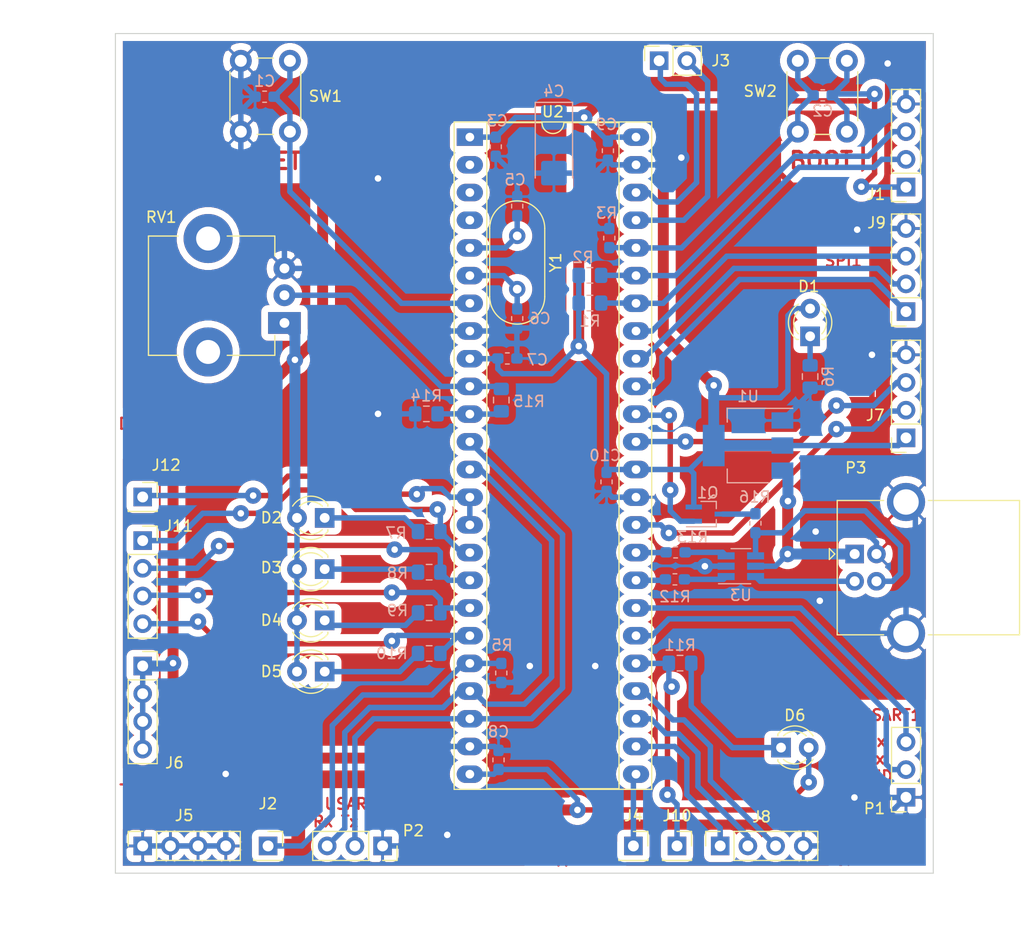
<source format=kicad_pcb>
(kicad_pcb (version 20240108) (generator "pcbnew") (generator_version "8.0")
  (layers (0 "F.Cu" jumper) (31 "B.Cu" signal) (36 "B.SilkS" user "B.Silkscreen") (37 "F.SilkS" user "F.Silkscreen") (38 "B.Mask" user) (44 "Edge.Cuts" user))
  (net 0 "")
  (net 1 "/NRST")
  (net 2 "GND")
  (net 3 "/BOOT0")
  (net 4 "+3V3")
  (net 5 "/OSC_IN")
  (net 6 "/OSC_OUT")
  (net 7 "Net-(D1-Pad1)")
  (net 8 "Net-(D3-Pad1)")
  (net 9 "Net-(D4-Pad1)")
  (net 10 "+5V")
  (net 11 "/USB_PU")
  (net 12 "Net-(Q1-Pad3)")
  (net 13 "Net-(D2-Pad1)")
  (net 14 "Net-(D5-Pad1)")
  (net 15 "Net-(D6-Pad1)")
  (net 16 "/U1Tx")
  (net 17 "/U1Rx")
  (net 18 "/U2Tx")
  (net 19 "/U2Rx")
  (net 20 "Net-(P3-Pad2)")
  (net 21 "Net-(P3-Pad3)")
  (net 22 "/I2C_SCL")
  (net 23 "/I2C_SDA")
  (net 24 "Net-(J2-Pad1)")
  (net 25 "/PWM1")
  (net 26 "/PWM2")
  (net 27 "/PWM3")
  (net 28 "/PWM4")
  (net 29 "/PWMT1ch1")
  (net 30 "Net-(R12-Pad1)")
  (net 31 "Net-(R12-Pad2)")
  (net 32 "Net-(R13-Pad2)")
  (net 33 "Net-(R13-Pad1)")
  (net 34 "/ADC1")
  (net 35 "/ADC0")
  (net 36 "Net-(J4-Pad1)")
  (net 37 "/SPI2_SCK")
  (net 38 "/SPI2_MISO")
  (net 39 "/SPI2_MOSI")
  (net 40 "/SWDIO")
  (net 41 "/SWCLK")
  (net 42 "Net-(J12-Pad1)")
  (net 43 "/SPI1_SCK")
  (net 44 "/SPI1_MISO")
  (net 45 "/SPI1_MOSI")
  (net 46 "Net-(J3-Pad2)")
  (net 47 "Net-(J3-Pad1)")
  (footprint "my_footprints:Potentiometer" (layer "F.Cu") (at 68 87.04 90)
    (property "Reference" "RV1")
    (property "Value" "20k")
  )
  (footprint "Button_Switch_THT:SW_PUSH_6mm" (layer "F.Cu") (at 115.077 69.5 90)
    (property "Reference" "SW2")
    (property "Value" "Boot")
  )
  (footprint "Package_DIP:DIP-48_W15.24mm_Socket_LongPads" (layer "F.Cu") (at 85 70)
    (property "Reference" "U2")
    (property "Value" "STM32LQFP48")
  )
  (footprint "Crystal:Crystal_HC49-U_Vertical" (layer "F.Cu") (at 89.3445 79.0575 -90)
    (property "Reference" "Y1")
    (property "Value" "8MHz")
  )
  (footprint "Connector_USB:USB_B_OST_USB-B1HSxx_Horizontal" (layer "F.Cu") (at 120.29 108.23)
    (property "Reference" "P3")
    (property "Value" "USB_B")
  )
  (footprint "Connector_PinSocket_2.54mm:PinSocket_1x04_P2.54mm_Vertical" (layer "F.Cu") (at 125 74.58 180)
    (property "Reference" "J1")
    (property "Value" "Conn_01x04_Female")
  )
  (footprint "Connector_PinSocket_2.54mm:PinSocket_1x01_P2.54mm_Vertical" (layer "F.Cu") (at 66.5 135)
    (property "Reference" "J2")
    (property "Value" "Conn_01x01_Female")
  )
  (footprint "Connector_PinSocket_2.54mm:PinSocket_1x02_P2.54mm_Vertical" (layer "F.Cu") (at 102.362 62.992 90)
    (property "Reference" "J3")
    (property "Value" "Conn_01x02_Female")
  )
  (footprint "Connector_PinSocket_2.54mm:PinSocket_1x01_P2.54mm_Vertical" (layer "F.Cu") (at 100 135)
    (property "Reference" "J4")
    (property "Value" "Conn_01x01_Female")
  )
  (footprint "Connector_PinSocket_2.54mm:PinSocket_1x04_P2.54mm_Vertical" (layer "F.Cu") (at 55 135 90)
    (property "Reference" "J5")
    (property "Value" "Conn_01x04_Female")
  )
  (footprint "Connector_PinSocket_2.54mm:PinSocket_1x04_P2.54mm_Vertical" (layer "F.Cu") (at 55 118.5)
    (property "Reference" "J6")
    (property "Value" "Conn_01x04_Female")
  )
  (footprint "Connector_PinSocket_2.54mm:PinSocket_1x04_P2.54mm_Vertical" (layer "F.Cu") (at 125 97.58 180)
    (property "Reference" "J7")
    (property "Value" "Conn_01x04_Female")
  )
  (footprint "Connector_PinSocket_2.54mm:PinSocket_1x04_P2.54mm_Vertical" (layer "F.Cu") (at 107.96 135 90)
    (property "Reference" "J8")
    (property "Value" "Conn_01x04_Female")
  )
  (footprint "Connector_PinSocket_2.54mm:PinSocket_1x04_P2.54mm_Vertical" (layer "F.Cu") (at 125 86 180)
    (property "Reference" "J9")
    (property "Value" "Conn_01x04_Female")
  )
  (footprint "Connector_PinSocket_2.54mm:PinSocket_1x01_P2.54mm_Vertical" (layer "F.Cu") (at 104 135)
    (property "Reference" "J10")
    (property "Value" "Conn_01x01_Female")
  )
  (footprint "Connector_PinSocket_2.54mm:PinSocket_1x04_P2.54mm_Vertical" (layer "F.Cu") (at 55 107)
    (property "Reference" "J11")
    (property "Value" "Conn_01x04_Female")
  )
  (footprint "Connector_PinSocket_2.54mm:PinSocket_1x01_P2.54mm_Vertical" (layer "F.Cu") (at 55 103)
    (property "Reference" "J12")
    (property "Value" "Conn_01x01_Female")
  )
  (footprint "LED_THT:LED_D3.0mm" (layer "F.Cu") (at 116.205 88.265 90)
    (property "Reference" "D1")
    (property "Value" "LED")
  )
  (footprint "LED_THT:LED_D3.0mm" (layer "F.Cu") (at 71.692 104.918 180)
    (property "Reference" "D2")
    (property "Value" "LED")
  )
  (footprint "LED_THT:LED_D3.0mm" (layer "F.Cu") (at 71.692 109.617 180)
    (property "Reference" "D3")
    (property "Value" "LED")
  )
  (footprint "LED_THT:LED_D3.0mm" (layer "F.Cu") (at 71.692 114.316 180)
    (property "Reference" "D4")
    (property "Value" "LED")
  )
  (footprint "LED_THT:LED_D3.0mm" (layer "F.Cu") (at 71.692 119.015 180)
    (property "Reference" "D5")
    (property "Value" "LED")
  )
  (footprint "LED_THT:LED_D3.0mm" (layer "F.Cu") (at 113.538 125.984)
    (property "Reference" "D6")
    (property "Value" "LED")
  )
  (footprint "Connector_PinSocket_2.54mm:PinSocket_1x03_P2.54mm_Vertical" (layer "F.Cu") (at 125 130.54 180)
    (property "Reference" "P1")
    (property "Value" "USART1")
  )
  (footprint "Connector_PinSocket_2.54mm:PinSocket_1x03_P2.54mm_Vertical" (layer "F.Cu") (at 77 135 -90)
    (property "Reference" "P2")
    (property "Value" "USART2/3")
  )
  (footprint "Button_Switch_THT:SW_PUSH_6mm" (layer "F.Cu") (at 68.5 63 -90)
    (property "Reference" "SW1")
    (property "Value" "Reset")
  )
  (footprint "Capacitor_SMD:C_0603_1608Metric_Pad1.05x0.95mm_HandSolder" (layer "B.Cu") (at 66.181 66.294 180)
    (property "Reference" "C1")
    (property "Value" "0.1")
  )
  (footprint "Capacitor_SMD:C_0603_1608Metric_Pad1.05x0.95mm_HandSolder" (layer "B.Cu") (at 89.3445 76.327 90)
    (property "Reference" "C5")
    (property "Value" "12")
  )
  (footprint "Capacitor_SMD:C_0603_1608Metric_Pad1.05x0.95mm_HandSolder" (layer "B.Cu") (at 89.3445 86.628 -90)
    (property "Reference" "C6")
    (property "Value" "12")
  )
  (footprint "Capacitor_SMD:C_0603_1608Metric_Pad1.05x0.95mm_HandSolder" (layer "B.Cu") (at 87.63 127.113 -90)
    (property "Reference" "C8")
    (property "Value" "0.1")
  )
  (footprint "Capacitor_SMD:C_0603_1608Metric_Pad1.05x0.95mm_HandSolder" (layer "B.Cu") (at 97.536 101.614 90)
    (property "Reference" "C10")
    (property "Value" "0.1")
  )
  (footprint "Resistor_SMD:R_0603_1608Metric_Pad1.05x0.95mm_HandSolder" (layer "B.Cu") (at 97.79 79.262 90)
    (property "Reference" "R3")
    (property "Value" "10k")
  )
  (footprint "Resistor_SMD:R_0603_1608Metric_Pad1.05x0.95mm_HandSolder" (layer "B.Cu") (at 87.884 119.14 -90)
    (property "Reference" "R5")
    (property "Value" "100k")
  )
  (footprint "Resistor_SMD:R_0805_2012Metric_Pad1.15x1.40mm_HandSolder" (layer "B.Cu") (at 116.205 91.957 90)
    (property "Reference" "R6")
    (property "Value" "220")
  )
  (footprint "Resistor_SMD:R_0805_2012Metric_Pad1.15x1.40mm_HandSolder" (layer "B.Cu") (at 81.271 106.172)
    (property "Reference" "R7")
    (property "Value" "220")
  )
  (footprint "Resistor_SMD:R_0805_2012Metric_Pad1.15x1.40mm_HandSolder" (layer "B.Cu") (at 81.271 109.897333)
    (property "Reference" "R8")
    (property "Value" "220")
  )
  (footprint "Resistor_SMD:R_0603_1608Metric_Pad1.05x0.95mm_HandSolder" (layer "B.Cu") (at 103.8085 110.5535 180)
    (property "Reference" "R12")
    (property "Value" "22")
  )
  (footprint "Resistor_SMD:R_0603_1608Metric_Pad1.05x0.95mm_HandSolder" (layer "B.Cu") (at 103.872 108.077 180)
    (property "Reference" "R13")
    (property "Value" "22")
  )
  (footprint "Resistor_SMD:R_0603_1608Metric_Pad1.05x0.95mm_HandSolder" (layer "B.Cu") (at 111.1885 105.41 -90)
    (property "Reference" "R16")
    (property "Value" "1k5")
  )
  (footprint "Capacitor_SMD:C_0603_1608Metric_Pad1.05x0.95mm_HandSolder" (layer "B.Cu") (at 87.376 70.88 -90)
    (property "Reference" "C3")
    (property "Value" "0.1")
  )
  (footprint "Capacitor_SMD:C_0603_1608Metric_Pad1.05x0.95mm_HandSolder" (layer "B.Cu") (at 88.4415 90.297 180)
    (property "Reference" "C7")
    (property "Value" "0.1")
  )
  (footprint "Capacitor_SMD:C_0603_1608Metric_Pad1.05x0.95mm_HandSolder" (layer "B.Cu") (at 97.663 71.247 90)
    (property "Reference" "C9")
    (property "Value" "0.1")
  )
  (footprint "Package_TO_SOT_SMD:SOT-323_SC-70_Handsoldering" (layer "B.Cu") (at 106.867 104.5695)
    (property "Reference" "Q1")
    (property "Value" "DTA114Y")
  )
  (footprint "Package_TO_SOT_SMD:SOT-223" (layer "B.Cu") (at 110.515 98.284 180)
    (property "Reference" "U1")
    (property "Value" "LM1117-3.3")
  )
  (footprint "Package_TO_SOT_SMD:SOT-23-6_Handsoldering" (layer "B.Cu") (at 109.855 109.347)
    (property "Reference" "U3")
    (property "Value" "USBLC6-2SC6")
  )
  (footprint "Resistor_SMD:R_0805_2012Metric_Pad1.15x1.40mm_HandSolder" (layer "B.Cu") (at 87.884 94.116 -90)
    (property "Reference" "R15")
    (property "Value" "4k7")
  )
  (footprint "Resistor_SMD:R_0805_2012Metric_Pad1.15x1.40mm_HandSolder" (layer "B.Cu") (at 81.271 117.348)
    (property "Reference" "R10")
    (property "Value" "220")
  )
  (footprint "Resistor_SMD:R_0805_2012Metric_Pad1.15x1.40mm_HandSolder" (layer "B.Cu") (at 81.271 113.622666)
    (property "Reference" "R9")
    (property "Value" "220")
  )
  (footprint "Resistor_SMD:R_0805_2012Metric_Pad1.15x1.40mm_HandSolder" (layer "B.Cu") (at 96.012 82.677)
    (property "Reference" "R2")
    (property "Value" "4k7")
  )
  (footprint "Resistor_SMD:R_0805_2012Metric_Pad1.15x1.40mm_HandSolder" (layer "B.Cu") (at 96.012 85.217)
    (property "Reference" "R1")
    (property "Value" "4k7")
  )
  (footprint "Resistor_SMD:R_0805_2012Metric_Pad1.15x1.40mm_HandSolder" (layer "B.Cu") (at 81.017 95.377 180)
    (property "Reference" "R14")
    (property "Value" "4k7")
  )
  (footprint "Resistor_SMD:R_0805_2012Metric_Pad1.15x1.40mm_HandSolder" (layer "B.Cu") (at 104.276 118.237 180)
    (property "Reference" "R11")
    (property "Value" "220")
  )
  (footprint "Capacitor_Tantalum_SMD:CP_EIA-6032-28_Kemet-C_Pad2.25x2.35mm_HandSolder" (layer "B.Cu") (at 92.71 70.749 -90)
    (property "Reference" "C4")
    (property "Value" "47u")
  )
  (footprint "Capacitor_SMD:C_0603_1608Metric_Pad1.05x0.95mm_HandSolder" (layer "B.Cu") (at 117.362 66.167)
    (property "Reference" "C2")
    (property "Value" "0.1")
  )
  (gr_line (start 52.5 60.5) (end 52.5 137.5) (stroke (width 0.1)) (layer "Edge.Cuts"))
  (gr_line (start 52.5 137.5) (end 127.5 137.5) (stroke (width 0.1)) (layer "Edge.Cuts"))
  (gr_line (start 127.5 137.5) (end 127.5 60.5) (stroke (width 0.1)) (layer "Edge.Cuts"))
  (gr_line (start 127.5 60.5) (end 52.5 60.5) (stroke (width 0.1)) (layer "Edge.Cuts"))
  (gr_text "USART1:" (at 123.825 122.9995 0) (layer "F.Cu") (effects (font (size 1 1) (thickness 0.2))))
  (gr_text "Rx\nTx\nGND" (at 122.2375 127 0) (layer "F.Cu") (effects (font (size 1 1) (thickness 0.2))))
  (gr_text "I2C" (at 125.476 64.3255 0) (layer "F.Cu") (effects (font (size 1 1) (thickness 0.2))))
  (gr_text "pwmT1" (at 114.7445 122.936 0) (layer "F.Cu") (effects (font (size 1 1) (thickness 0.2))))
  (gr_text "PWM LEDs" (at 63.4365 118.6815 0) (layer "F.Cu") (effects (font (size 1 1) (thickness 0.2))))
  (gr_text "SWD" (at 119.9515 92.2655 0) (layer "F.Cu") (effects (font (size 1 1) (thickness 0.2))))
  (gr_text "SPI1" (at 119.253 81.3435 0) (layer "F.Cu") (effects (font (size 1 1) (thickness 0.2))))
  (gr_text "CAN" (at 98.3615 62.2935 0) (layer "F.Cu") (effects (font (size 1.5 1.5) (thickness 0.3))))
  (gr_text "RESET" (at 66.167 72.1995 0) (layer "F.Cu") (effects (font (size 1.5 1.5) (thickness 0.3))))
  (gr_text "USART2\nRx Tx Gnd" (at 74.4855 131.953 0) (layer "F.Cu") (effects (font (size 1 1) (thickness 0.2))))
  (gr_text "GND" (at 54.991 131.8895 0) (layer "F.Cu") (effects (font (size 1 1) (thickness 0.2))))
  (gr_text "Sen" (at 66.548 132.7785 0) (layer "F.Cu") (effects (font (size 1 1) (thickness 0.2))))
  (gr_text "BOOT" (at 117.221 72.136 0) (layer "F.Cu") (effects (font (size 1.5 1.5) (thickness 0.3))))
  (gr_text "S2|pwmT1" (at 94.6785 136.017 0) (layer "F.Cu") (effects (font (size 1 1) (thickness 0.2))))
  (gr_text "+3V3" (at 54.737 129.286 0) (layer "F.Cu") (effects (font (size 1 1) (thickness 0.2))))
  (gr_text "SCK\nMISO\nMOSI\nGND" (at 123.7615 135.001 90) (layer "F.Cu") (effects (font (size 1 1) (thickness 0.2))))
  (gr_text "SPI2:" (at 119.3165 135.001 90) (layer "F.Cu") (effects (font (size 1 1) (thickness 0.2))))
  (gr_text "DAC1/AIN5\nPWM1..4" (at 56.896 97.0915 0) (layer "F.Cu") (effects (font (size 1 1) (thickness 0.2))))
  (segment (start 78.74 85.24) (end 68.5 75) (width 0.5) (layer "B.Cu") (net 1))
  (segment (start 68.5 75) (end 68.5 69.5) (width 0.5) (layer "B.Cu") (net 1))
  (segment (start 68.5 69.5) (end 68.5 67.738) (width 0.5) (layer "B.Cu") (net 1))
  (segment (start 68.5 64.85) (end 67.056 66.294) (width 0.5) (layer "B.Cu") (net 1))
  (segment (start 68.5 67.738) (end 67.056 66.294) (width 0.5) (layer "B.Cu") (net 1))
  (segment (start 68.5 63) (end 68.5 64.85) (width 0.5) (layer "B.Cu") (net 1))
  (segment (start 85 85.24) (end 78.74 85.24) (width 0.5) (layer "B.Cu") (net 1))
  (segment (start 62.611 128.397) (end 77.343 128.397) (width 0.5) (layer "F.Cu") (net 2))
  (segment (start 121.7545 77.2545) (end 120.523 78.486) (width 0.5) (layer "F.Cu") (net 2))
  (segment (start 116.713 106.172) (end 116.713 112.141) (width 0.5) (layer "F.Cu") (net 2))
  (segment (start 96.901 132.969) (end 116.84 132.969) (width 0.5) (layer "F.Cu") (net 2))
  (segment (start 90.5 118.5) (end 96.5 118.5) (width 0.5) (layer "F.Cu") (net 2))
  (segment (start 116.713 112.141) (end 117.094 112.522) (width 0.5) (layer "F.Cu") (net 2))
  (segment (start 104.394 71.882) (end 106.807 69.469) (width 0.5) (layer "F.Cu") (net 2))
  (segment (start 123.317 75.692) (end 121.7545 77.2545) (width 0.5) (layer "F.Cu") (net 2))
  (segment (start 106.553 111.506) (end 107.442 112.395) (width 0.5) (layer "F.Cu") (net 2))
  (segment (start 119.253 130.556) (end 120.269 130.556) (width 0.5) (layer "F.Cu") (net 2))
  (segment (start 106.807 69.469) (end 109.601 69.469) (width 0.5) (layer "F.Cu") (net 2))
  (segment (start 121.876 79.839) (end 121.876 89.96) (width 0.5) (layer "F.Cu") (net 2))
  (segment (start 116.713 102.87) (end 116.713 106.172) (width 0.5) (layer "F.Cu") (net 2))
  (segment (start 118.618 78.486) (end 109.601 69.469) (width 0.5) (layer "F.Cu") (net 2))
  (segment (start 121.876 89.96) (end 121.876 97.707) (width 0.5) (layer "F.Cu") (net 2))
  (segment (start 116.84 132.969) (end 119.253 130.556) (width 0.5) (layer "F.Cu") (net 2))
  (segment (start 121.876 97.707) (end 116.713 102.87) (width 0.5) (layer "F.Cu") (net 2))
  (segment (start 120.269 121.92) (end 117.094 118.745) (width 0.5) (layer "F.Cu") (net 2))
  (segment (start 117.094 118.745) (end 117.094 112.522) (width 0.5) (layer "F.Cu") (net 2))
  (segment (start 76.581 95.377) (end 76.581 73.787) (width 0.5) (layer "F.Cu") (net 2))
  (segment (start 77.343 128.397) (end 82.931 133.985) (width 0.5) (layer "F.Cu") (net 2))
  (segment (start 107.442 112.395) (end 116.967 112.395) (width 0.5) (layer "F.Cu") (net 2))
  (segment (start 95.885 133.985) (end 96.901 132.969) (width 0.5) (layer "F.Cu") (net 2))
  (segment (start 120.523 78.486) (end 121.876 79.839) (width 0.5) (layer "F.Cu") (net 2))
  (segment (start 120.269 130.556) (end 120.269 121.92) (width 0.5) (layer "F.Cu") (net 2))
  (segment (start 123.317 63.246) (end 123.317 75.692) (width 0.5) (layer "F.Cu") (net 2))
  (segment (start 120.523 78.486) (end 118.618 78.486) (width 0.5) (layer "F.Cu") (net 2))
  (segment (start 106.553 109.3535) (end 106.553 111.506) (width 0.5) (layer "F.Cu") (net 2))
  (segment (start 116.967 112.395) (end 117.094 112.522) (width 0.5) (layer "F.Cu") (net 2))
  (segment (start 82.931 133.985) (end 95.885 133.985) (width 0.5) (layer "F.Cu") (net 2))
  (via (at 82.931 133.985) (size 1.5) (drill 0.6) (layers "F.Cu" "B.Cu") (net 2))
  (via (at 117.094 112.522) (size 1.5) (drill 0.6) (layers "F.Cu" "B.Cu") (net 2))
  (via (at 76.581 73.787) (size 1.5) (drill 0.6) (layers "F.Cu" "B.Cu") (net 2))
  (via (at 90.5 118.5) (size 1.5) (drill 0.6) (layers "F.Cu" "B.Cu") (net 2))
  (via (at 120.523 78.486) (size 1.5) (drill 0.6) (layers "F.Cu" "B.Cu") (net 2))
  (via (at 106.553 109.3535) (size 1.5) (drill 0.6) (layers "F.Cu" "B.Cu") (net 2))
  (via (at 123.317 63.246) (size 1.5) (drill 0.6) (layers "F.Cu" "B.Cu") (net 2))
  (via (at 96.5 118.5) (size 1.5) (drill 0.6) (layers "F.Cu" "B.Cu") (net 2))
  (via (at 116.713 106.172) (size 1.5) (drill 0.6) (layers "F.Cu" "B.Cu") (net 2))
  (via (at 120.269 130.556) (size 1.5) (drill 0.6) (layers "F.Cu" "B.Cu") (net 2))
  (via (at 76.581 95.377) (size 1.5) (drill 0.6) (layers "F.Cu" "B.Cu") (net 2))
  (via (at 121.876 89.96) (size 1.5) (drill 0.6) (layers "F.Cu" "B.Cu") (net 2))
  (via (at 104.394 71.882) (size 1.5) (drill 0.6) (layers "F.Cu" "B.Cu") (net 2))
  (via (at 62.611 128.397) (size 1.5) (drill 0.6) (layers "F.Cu" "B.Cu") (net 2))
  (segment (start 91.059 126.238) (end 96.5 120.797) (width 0.5) (layer "B.Cu") (net 2))
  (segment (start 97.79 78.387) (end 96.887 78.387) (width 0.5) (layer "B.Cu") (net 2))
  (segment (start 92.71 73.299) (end 89.299 73.299) (width 0.5) (layer "B.Cu") (net 2))
  (segment (start 125 66.96) (end 125 64.929) (width 0.5) (layer "B.Cu") (net 2))
  (segment (start 120.629 78.38) (end 120.523 78.486) (width 0.5) (layer "B.Cu") (net 2))
  (segment (start 85 87.78) (end 79.144 87.78) (width 0.5) (layer "B.Cu") (net 2))
  (segment (start 118.854 92.982) (end 116.205 92.982) (width 0.5) (layer "B.Cu") (net 2))
  (segment (start 76.581 65.405) (end 76.835 65.151) (width 0.5) (layer "B.Cu") (net 2))
  (segment (start 73.404 82.04) (end 68 82.04) (width 0.5) (layer "B.Cu") (net 2))
  (segment (start 92.964 85.09) (end 92.964 81.407) (width 0.5) (layer "B.Cu") (net 2))
  (segment (start 64 67.6) (end 65.306 66.294) (width 0.5) (layer "B.Cu") (net 2))
  (segment (start 121.876 89.96) (end 118.854 92.982) (width 0.5) (layer "B.Cu") (net 2))
  (segment (start 125 115.5) (end 125 112.236) (width 0.5) (layer "B.Cu") (net 2))
  (segment (start 122.29 108.23) (end 122.29 107.812) (width 0.5) (layer "B.Cu") (net 2))
  (segment (start 64 72.636) (end 64 69.5) (width 0.5) (layer "B.Cu") (net 2))
  (segment (start 96.887 78.387) (end 96.486 77.986) (width 0.5) (layer "B.Cu") (net 2))
  (segment (start 76.835 65.151) (end 101.219 65.151) (width 0.5) (layer "B.Cu") (net 2))
  (segment (start 68 76.636) (end 64 72.636) (width 0.5) (layer "B.Cu") (net 2))
  (segment (start 121.285 106.172) (end 116.713 106.172) (width 0.5) (layer "B.Cu") (net 2))
  (segment (start 125.857 104.317) (end 125 103.46) (width 0.5) (layer "B.Cu") (net 2))
  (segment (start 115.58 135) (end 120.54 135) (width 0.5) (layer "B.Cu") (net 2))
  (segment (start 124.984 130.556) (end 125 130.54) (width 0.5) (layer "B.Cu") (net 2))
  (segment (start 89.3165 87.531) (end 89.3445 87.503) (width 0.5) (layer "B.Cu") (net 2))
  (segment (start 122.29 108.23) (end 122.29 107.177) (width 0.5) (layer "B.Cu") (net 2))
  (segment (start 87.63 126.238) (end 91.059 126.238) (width 0.5) (layer "B.Cu") (net 2))
  (segment (start 120.269 130.556) (end 124.984 130.556) (width 0.5) (layer "B.Cu") (net 2))
  (segment (start 96.5 120.797) (end 96.5 118.5) (width 0.5) (layer "B.Cu") (net 2))
  (segment (start 64 63) (end 64 64.988) (width 0.5) (layer "B.Cu") (net 2))
  (segment (start 125 112.236) (end 125.857 111.379) (width 0.5) (layer "B.Cu") (net 2))
  (segment (start 125 64.929) (end 123.317 63.246) (width 0.5) (layer "B.Cu") (net 2))
  (segment (start 108.505 109.347) (end 106.5595 109.347) (width 0.5) (layer "B.Cu") (net 2))
  (segment (start 96.5 118.5) (end 96.5 103.525) (width 0.5) (layer "B.Cu") (net 2))
  (segment (start 100.24 72.54) (end 103.736 72.54) (width 0.5) (layer "B.Cu") (net 2))
  (segment (start 106.5595 109.347) (end 106.553 109.3535) (width 0.5) (layer "B.Cu") (net 2))
  (segment (start 62.62 135) (end 60.08 135) (width 0.5) (layer "B.Cu") (net 2))
  (segment (start 64 69.5) (end 64 67.6) (width 0.5) (layer "B.Cu") (net 2))
  (segment (start 100.24 72.54) (end 98.081 72.54) (width 0.5) (layer "B.Cu") (net 2))
  (segment (start 104.394 68.326) (end 104.394 71.882) (width 0.5) (layer "B.Cu") (net 2))
  (segment (start 125.857 111.379) (end 125.857 104.317) (width 0.5) (layer "B.Cu") (net 2))
  (segment (start 88.985 120.015) (end 90.5 118.5) (width 0.5) (layer "B.Cu") (net 2))
  (segment (start 125 89.96) (end 121.876 89.96) (width 0.5) (layer "B.Cu") (net 2))
  (segment (start 98.081 72.54) (end 97.663 72.122) (width 0.5) (layer "B.Cu") (net 2))
  (segment (start 88.92 73.299) (end 87.376 71.755) (width 0.5) (layer "B.Cu") (net 2))
  (segment (start 62.611 131.681) (end 62.611 128.397) (width 0.5) (layer "B.Cu") (net 2))
  (segment (start 89.3445 73.3445) (end 89.299 73.299) (width 0.5) (layer "B.Cu") (net 2))
  (segment (start 90.551 87.503) (end 92.964 85.09) (width 0.5) (layer "B.Cu") (net 2))
  (segment (start 116.205 93.444) (end 113.665 95.984) (width 0.5) (layer "B.Cu") (net 2))
  (segment (start 89.3445 87.503) (end 90.551 87.503) (width 0.5) (layer "B.Cu") (net 2))
  (segment (start 68 82.04) (end 68 76.636) (width 0.5) (layer "B.Cu") (net 2))
  (segment (start 85 125.88) (end 87.272 125.88) (width 0.5) (layer "B.Cu") (net 2))
  (segment (start 96.5 103.525) (end 97.536 102.489) (width 0.5) (layer "B.Cu") (net 2))
  (segment (start 79.992 95.377) (end 76.581 95.377) (width 0.5) (layer "B.Cu") (net 2))
  (segment (start 125 78.38) (end 120.629 78.38) (width 0.5) (layer "B.Cu") (net 2))
  (segment (start 85 87.78) (end 89.0675 87.78) (width 0.5) (layer "B.Cu") (net 2))
  (segment (start 92.71 73.299) (end 96.486 73.299) (width 0.5) (layer "B.Cu") (net 2))
  (segment (start 62.62 131.69) (end 62.611 131.681) (width 0.5) (layer "B.Cu") (net 2))
  (segment (start 95.984 78.387) (end 96.887 78.387) (width 0.5) (layer "B.Cu") (net 2))
  (segment (start 117.094 112.522) (end 120.072 115.5) (width 0.5) (layer "B.Cu") (net 2))
  (segment (start 98.067 103.02) (end 97.536 102.489) (width 0.5) (layer "B.Cu") (net 2))
  (segment (start 77 135) (end 81.916 135) (width 0.5) (layer "B.Cu") (net 2))
  (segment (start 57.54 135) (end 60.08 135) (width 0.5) (layer "B.Cu") (net 2))
  (segment (start 62.62 135) (end 62.62 131.69) (width 0.5) (layer "B.Cu") (net 2))
  (segment (start 89.0675 87.78) (end 89.3445 87.503) (width 0.5) (layer "B.Cu") (net 2))
  (segment (start 120.54 135) (end 125 130.54) (width 0.5) (layer "B.Cu") (net 2))
  (segment (start 76.581 73.787) (end 76.581 65.405) (width 0.5) (layer "B.Cu") (net 2))
  (segment (start 103.736 72.54) (end 104.394 71.882) (width 0.5) (layer "B.Cu") (net 2))
  (segment (start 120.072 115.5) (end 125 115.5) (width 0.5) (layer "B.Cu") (net 2))
  (segment (start 96.486 73.299) (end 97.663 72.122) (width 0.5) (layer "B.Cu") (net 2))
  (segment (start 82.55 133.604) (end 82.931 133.985) (width 0.5) (layer "B.Cu") (net 2))
  (segment (start 100.24 103.02) (end 98.067 103.02) (width 0.5) (layer "B.Cu") (net 2))
  (segment (start 81.916 135) (end 82.931 133.985) (width 0.5) (layer "B.Cu") (net 2))
  (segment (start 87.884 120.015) (end 88.985 120.015) (width 0.5) (layer "B.Cu") (net 2))
  (segment (start 55 135) (end 57.54 135) (width 0.5) (layer "B.Cu") (net 2))
  (segment (start 101.219 65.151) (end 104.394 68.326) (width 0.5) (layer "B.Cu") (net 2))
  (segment (start 82.55 126.492) (end 82.55 133.604) (width 0.5) (layer "B.Cu") (net 2))
  (segment (start 92.964 81.407) (end 95.984 78.387) (width 0.5) (layer "B.Cu") (net 2))
  (segment (start 89.3445 75.452) (end 89.3445 73.3445) (width 0.5) (layer "B.Cu") (net 2))
  (segment (start 116.205 92.982) (end 116.205 93.444) (width 0.5) (layer "B.Cu") (net 2))
  (segment (start 64 64.988) (end 65.306 66.294) (width 0.5) (layer "B.Cu") (net 2))
  (segment (start 122.29 107.177) (end 121.285 106.172) (width 0.5) (layer "B.Cu") (net 2))
  (segment (start 85 125.88) (end 83.162 125.88) (width 0.5) (layer "B.Cu") (net 2))
  (segment (start 89.299 73.299) (end 88.92 73.299) (width 0.5) (layer "B.Cu") (net 2))
  (segment (start 79.144 87.78) (end 73.404 82.04) (width 0.5) (layer "B.Cu") (net 2))
  (segment (start 96.486 77.986) (end 96.486 73.299) (width 0.5) (layer "B.Cu") (net 2))
  (segment (start 83.162 125.88) (end 82.55 126.492) (width 0.5) (layer "B.Cu") (net 2))
  (segment (start 87.272 125.88) (end 87.63 126.238) (width 0.5) (layer "B.Cu") (net 2))
  (segment (start 89.3165 90.297) (end 89.3165 87.531) (width 0.5) (layer "B.Cu") (net 2))
  (segment (start 100.217 80.137) (end 100.24 80.16) (width 0.5) (layer "B.Cu") (net 3))
  (segment (start 104.417 80.16) (end 115.077 69.5) (width 0.5) (layer "B.Cu") (net 3))
  (segment (start 115.077 69.5) (end 115.077 67.577) (width 0.5) (layer "B.Cu") (net 3))
  (segment (start 115.077 64.757) (end 116.487 66.167) (width 0.5) (layer "B.Cu") (net 3))
  (segment (start 115.077 67.577) (end 116.487 66.167) (width 0.5) (layer "B.Cu") (net 3))
  (segment (start 100.24 80.16) (end 104.417 80.16) (width 0.5) (layer "B.Cu") (net 3))
  (segment (start 115.077 63) (end 115.077 64.757) (width 0.5) (layer "B.Cu") (net 3))
  (segment (start 97.79 80.137) (end 100.217 80.137) (width 0.5) (layer "B.Cu") (net 3))
  (segment (start 102.743 88.138) (end 102.743 84.582) (width 1) (layer "F.Cu") (net 4))
  (segment (start 119.761 66.675) (end 101.092 66.675) (width 0.5) (layer "F.Cu") (net 4))
  (segment (start 121.482 66.675) (end 122.117 66.04) (width 0.5) (layer "F.Cu") (net 4))
  (segment (start 119.761 66.675) (end 121.482 66.675) (width 0.5) (layer "F.Cu") (net 4))
  (segment (start 78.559999 126.946999) (end 83.312 131.699) (width 1) (layer "F.Cu") (net 4))
  (segment (start 83.312 131.699) (end 94.869 131.699) (width 1) (layer "F.Cu") (net 4))
  (segment (start 71.501 87.884) (end 68.961 90.424) (width 1) (layer "F.Cu") (net 4))
  (segment (start 78.613 66.675) (end 71.501 73.787) (width 1) (layer "F.Cu") (net 4))
  (segment (start 97.014 66.675) (end 101.092 66.675) (width 1) (layer "F.Cu") (net 4))
  (segment (start 57.785 118.237) (end 57.785 125.857) (width 1) (layer "F.Cu") (net 4))
  (segment (start 113.538 131.699) (end 116.078 129.159) (width 0.5) (layer "F.Cu") (net 4))
  (segment (start 58.874999 126.946999) (end 78.559999 126.946999) (width 1) (layer "F.Cu") (net 4))
  (segment (start 101.092 66.675) (end 102.743 68.326) (width 1) (layer "F.Cu") (net 4))
  (segment (start 107.365 92.76) (end 102.743 88.138) (width 1) (layer "F.Cu") (net 4))
  (segment (start 122.117 73.336) (end 120.904 74.549) (width 0.5) (layer "F.Cu") (net 4))
  (segment (start 71.501 73.787) (end 71.501 87.884) (width 1) (layer "F.Cu") (net 4))
  (segment (start 94.987 89.163) (end 94.987 68.702) (width 1) (layer "F.Cu") (net 4))
  (segment (start 97.014 66.675) (end 95.49 68.199) (width 1) (layer "F.Cu") (net 4))
  (segment (start 122.117 66.04) (end 122.117 73.336) (width 0.5) (layer "F.Cu") (net 4))
  (segment (start 97.014 66.675) (end 78.613 66.675) (width 1) (layer "F.Cu") (net 4))
  (segment (start 57.785 118.237) (end 57.785 101.6) (width 1) (layer "F.Cu") (net 4))
  (segment (start 94.869 131.699) (end 113.538 131.699) (width 0.5) (layer "F.Cu") (net 4))
  (segment (start 102.743 68.326) (end 102.743 84.582) (width 1) (layer "F.Cu") (net 4))
  (segment (start 57.785 101.6) (end 68.961 90.424) (width 1) (layer "F.Cu") (net 4))
  (segment (start 57.785 125.857) (end 58.874999 126.946999) (width 1) (layer "F.Cu") (net 4))
  (segment (start 94.987 68.702) (end 95.49 68.199) (width 1) (layer "F.Cu") (net 4))
  (via (at 94.869 131.699) (size 1.5) (drill 0.6) (layers "F.Cu" "B.Cu") (net 4))
  (via (at 94.987 89.163) (size 1.5) (drill 0.6) (layers "F.Cu" "B.Cu") (net 4))
  (via (at 116.078 129.159) (size 1.5) (drill 0.6) (layers "F.Cu" "B.Cu") (net 4))
  (via (at 107.365 92.76) (size 1.5) (drill 0.6) (layers "F.Cu" "B.Cu") (net 4))
  (via (at 122.117 66.04) (size 1.5) (drill 0.6) (layers "F.Cu" "B.Cu") (net 4))
  (via (at 120.904 74.549) (size 1.5) (drill 0.6) (layers "F.Cu" "B.Cu") (net 4))
  (via (at 68.961 90.424) (size 1.5) (drill 0.6) (layers "F.Cu" "B.Cu") (net 4))
  (via (at 95.49 68.199) (size 1.5) (drill 0.6) (layers "F.Cu" "B.Cu") (net 4))
  (via (at 57.785 118.237) (size 1.5) (drill 0.6) (layers "F.Cu" "B.Cu") (net 4))
  (segment (start 114.173 86.36) (end 114.173 93.218) (width 0.5) (layer "B.Cu") (net 4))
  (segment (start 92.103 127.988) (end 94.869 130.754) (width 0.5) (layer "B.Cu") (net 4))
  (segment (start 87.63 127.988) (end 92.103 127.988) (width 0.5) (layer "B.Cu") (net 4))
  (segment (start 119.577 64.827) (end 118.237 66.167) (width 0.5) (layer "B.Cu") (net 4))
  (segment (start 113.665 98.284) (end 107.365 98.284) (width 1) (layer "B.Cu") (net 4))
  (segment (start 114.808 85.725) (end 114.173 86.36) (width 0.5) (layer "B.Cu") (net 4))
  (segment (start 94.987 85.217) (end 94.987 82.677) (width 0.5) (layer "B.Cu") (net 4))
  (segment (start 118.364 66.04) (end 118.237 66.167) (width 0.5) (layer "B.Cu") (net 4))
  (segment (start 116.205 85.725) (end 114.808 85.725) (width 0.5) (layer "B.Cu") (net 4))
  (segment (start 69.152 119.015) (end 69.152 114.316) (width 0.5) (layer "B.Cu") (net 4))
  (segment (start 92.71 68.199) (end 89.182 68.199) (width 0.5) (layer "B.Cu") (net 4))
  (segment (start 124.296 98.284) (end 125 97.58) (width 0.5) (layer "B.Cu") (net 4))
  (segment (start 100.24 70) (end 98.035 70) (width 0.5) (layer "B.Cu") (net 4))
  (segment (start 100.24 100.48) (end 105.169 100.48) (width 0.5) (layer "B.Cu") (net 4))
  (segment (start 87.198 128.42) (end 87.63 127.988) (width 0.5) (layer "B.Cu") (net 4))
  (segment (start 120.935 74.58) (end 120.904 74.549) (width 0.5) (layer "B.Cu") (net 4))
  (segment (start 100.24 100.48) (end 97.795 100.48) (width 0.5) (layer "B.Cu") (net 4))
  (segment (start 88.011 91.694) (end 92.456 91.694) (width 0.5) (layer "B.Cu") (net 4))
  (segment (start 55 123.58) (end 55 121.04) (width 0.5) (layer "B.Cu") (net 4))
  (segment (start 87.5665 90.297) (end 87.5665 91.2495) (width 0.5) (layer "B.Cu") (net 4))
  (segment (start 89.182 68.199) (end 87.376 70.005) (width 0.5) (layer "B.Cu") (net 4))
  (segment (start 97.795 100.48) (end 97.536 100.739) (width 0.5) (layer "B.Cu") (net 4))
  (segment (start 113.488 93.903) (end 107.365 93.903) (width 0.5) (layer "B.Cu") (net 4))
  (segment (start 119.577 63) (end 119.577 64.827) (width 0.5) (layer "B.Cu") (net 4))
  (segment (start 107.365 93.903) (end 107.365 92.76) (width 1) (layer "B.Cu") (net 4))
  (segment (start 122.117 66.04) (end 118.364 66.04) (width 0.5) (layer "B.Cu") (net 4))
  (segment (start 98.035 70) (end 97.663 70.372) (width 0.5) (layer "B.Cu") (net 4))
  (segment (start 87.5665 91.2495) (end 88.011 91.694) (width 0.5) (layer "B.Cu") (net 4))
  (segment (start 55 118.5) (end 57.522 118.5) (width 1) (layer "B.Cu") (net 4))
  (segment (start 55 126.12) (end 55 123.58) (width 0.5) (layer "B.Cu") (net 4))
  (segment (start 87.371 70) (end 87.376 70.005) (width 0.5) (layer "B.Cu") (net 4))
  (segment (start 55 118.5) (end 55 121.04) (width 0.5) (layer "B.Cu") (net 4))
  (segment (start 107.365 98.284) (end 107.365 93.903) (width 1) (layer "B.Cu") (net 4))
  (segment (start 92.456 91.694) (end 94.987 89.163) (width 0.5) (layer "B.Cu") (net 4))
  (segment (start 95.49 68.199) (end 97.663 70.372) (width 0.5) (layer "B.Cu") (net 4))
  (segment (start 97.536 91.712) (end 94.987 89.163) (width 0.5) (layer "B.Cu") (net 4))
  (segment (start 68.961 90.424) (end 68.961 104.727) (width 1) (layer "B.Cu") (net 4))
  (segment (start 85 128.42) (end 87.198 128.42) (width 0.5) (layer "B.Cu") (net 4))
  (segment (start 105.537 103.9195) (end 105.537 100.848) (width 0.5) (layer "B.Cu") (net 4))
  (segment (start 69.152 114.316) (end 69.152 109.617) (width 0.5) (layer "B.Cu") (net 4))
  (segment (start 114.173 93.218) (end 113.488 93.903) (width 0.5) (layer "B.Cu") (net 4))
  (segment (start 94.869 130.754) (end 94.869 131.699) (width 0.5) (layer "B.Cu") (net 4))
  (segment (start 94.987 89.163) (end 94.987 85.217) (width 0.5) (layer "B.Cu") (net 4))
  (segment (start 105.169 100.48) (end 107.365 98.284) (width 0.5) (layer "B.Cu") (net 4))
  (segment (start 113.665 98.284) (end 124.296 98.284) (width 0.5) (layer "B.Cu") (net 4))
  (segment (start 85 90.32) (end 87.5435 90.32) (width 0.5) (layer "B.Cu") (net 4))
  (segment (start 87.5435 90.32) (end 87.5665 90.297) (width 0.5) (layer "B.Cu") (net 4))
  (segment (start 68.961 104.727) (end 69.152 104.918) (width 1) (layer "B.Cu") (net 4))
  (segment (start 68.961 88.001) (end 68 87.04) (width 1) (layer "B.Cu") (net 4))
  (segment (start 119.577 67.507) (end 118.237 66.167) (width 0.5) (layer "B.Cu") (net 4))
  (segment (start 69.152 104.918) (end 69.152 109.617) (width 0.5) (layer "B.Cu") (net 4))
  (segment (start 105.537 100.848) (end 105.169 100.48) (width 0.5) (layer "B.Cu") (net 4))
  (segment (start 116.078 129.159) (end 116.078 125.984) (width 0.5) (layer "B.Cu") (net 4))
  (segment (start 85 70) (end 87.371 70) (width 0.5) (layer "B.Cu") (net 4))
  (segment (start 68.961 90.424) (end 68.961 88.001) (width 1) (layer "B.Cu") (net 4))
  (segment (start 97.536 100.739) (end 97.536 91.712) (width 0.5) (layer "B.Cu") (net 4))
  (segment (start 119.577 69.5) (end 119.577 67.507) (width 0.5) (layer "B.Cu") (net 4))
  (segment (start 125 74.58) (end 120.935 74.58) (width 0.5) (layer "B.Cu") (net 4))
  (segment (start 57.522 118.5) (end 57.785 118.237) (width 1) (layer "B.Cu") (net 4))
  (segment (start 92.71 68.199) (end 95.49 68.199) (width 1) (layer "B.Cu") (net 4))
  (segment (start 85 80.16) (end 88.242 80.16) (width 0.5) (layer "B.Cu") (net 5))
  (segment (start 88.242 80.16) (end 89.3445 79.0575) (width 0.5) (layer "B.Cu") (net 5))
  (segment (start 89.3445 79.0575) (end 89.3445 77.202) (width 0.5) (layer "B.Cu") (net 5))
  (segment (start 88.107 82.7) (end 89.3445 83.9375) (width 0.5) (layer "B.Cu") (net 6))
  (segment (start 89.3445 85.753) (end 89.3445 83.9375) (width 0.5) (layer "B.Cu") (net 6))
  (segment (start 85 82.7) (end 88.107 82.7) (width 0.5) (layer "B.Cu") (net 6))
  (segment (start 116.205 88.265) (end 116.205 90.932) (width 0.5) (layer "B.Cu") (net 7))
  (segment (start 71.692 109.617) (end 79.965667 109.617) (width 0.5) (layer "B.Cu") (net 8))
  (segment (start 79.965667 109.617) (end 80.246 109.897333) (width 0.5) (layer "B.Cu") (net 8))
  (segment (start 72.148676 114.772676) (end 79.09599 114.772676) (width 0.5) (layer "B.Cu") (net 9))
  (segment (start 71.692 114.316) (end 72.148676 114.772676) (width 0.5) (layer "B.Cu") (net 9))
  (segment (start 79.09599 114.772676) (end 80.246 113.622666) (width 0.5) (layer "B.Cu") (net 9))
  (segment (start 114.147 108.23) (end 114.147 103.404) (width 1) (layer "F.Cu") (net 10))
  (segment (start 114.147 103.404) (end 114.173 103.378) (width 1) (layer "F.Cu") (net 10))
  (via (at 114.173 103.378) (size 1.5) (drill 0.6) (layers "F.Cu" "B.Cu") (net 10))
  (via (at 114.147 108.23) (size 1.5) (drill 0.6) (layers "F.Cu" "B.Cu") (net 10))
  (segment (start 114.173 103.378) (end 114.173 101.092) (width 1) (layer "B.Cu") (net 10))
  (segment (start 120.29 108.23) (end 114.147 108.23) (width 1) (layer "B.Cu") (net 10))
  (segment (start 114.147 108.23) (end 113.03 109.347) (width 0.5) (layer "B.Cu") (net 10))
  (segment (start 113.03 109.347) (end 111.205 109.347) (width 0.5) (layer "B.Cu") (net 10))
  (segment (start 114.173 101.092) (end 113.665 100.584) (width 1) (layer "B.Cu") (net 10))
  (segment (start 103.378 95.631) (end 103.251 95.504) (width 0.5) (layer "F.Cu") (net 11))
  (segment (start 103.378 102.362) (end 103.378 95.631) (width 0.5) (layer "F.Cu") (net 11))
  (via (at 103.378 102.362) (size 1.5) (drill 0.6) (layers "F.Cu" "B.Cu") (net 11))
  (via (at 103.251 95.504) (size 1.5) (drill 0.6) (layers "F.Cu" "B.Cu") (net 11))
  (segment (start 103.251 95.504) (end 100.344 95.504) (width 0.5) (layer "B.Cu") (net 11))
  (segment (start 100.344 95.504) (end 100.24 95.4) (width 0.5) (layer "B.Cu") (net 11))
  (segment (start 104.3305 105.2195) (end 103.378 104.267) (width 0.5) (layer "B.Cu") (net 11))
  (segment (start 105.537 105.2195) (end 104.3305 105.2195) (width 0.5) (layer "B.Cu") (net 11))
  (segment (start 103.378 104.267) (end 103.378 102.362) (width 0.5) (layer "B.Cu") (net 11))
  (segment (start 108.197 104.5695) (end 111.154 104.5695) (width 0.5) (layer "B.Cu") (net 12))
  (segment (start 111.154 104.5695) (end 111.1885 104.535) (width 0.5) (layer "B.Cu") (net 12))
  (segment (start 71.692 104.918) (end 78.992 104.918) (width 0.5) (layer "B.Cu") (net 13))
  (segment (start 78.992 104.918) (end 80.246 106.172) (width 0.5) (layer "B.Cu") (net 13))
  (segment (start 71.692 119.015) (end 78.579 119.015) (width 0.5) (layer "B.Cu") (net 14))
  (segment (start 78.579 119.015) (end 80.246 117.348) (width 0.5) (layer "B.Cu") (net 14))
  (segment (start 105.301 122.192) (end 105.301 118.237) (width 0.5) (layer "B.Cu") (net 15))
  (segment (start 109.093 125.984) (end 105.301 122.192) (width 0.5) (layer "B.Cu") (net 15))
  (segment (start 113.538 125.984) (end 109.093 125.984) (width 0.5) (layer "B.Cu") (net 15))
  (segment (start 123.19 127.508) (end 123.19 122.682) (width 0.5) (layer "B.Cu") (net 16))
  (segment (start 123.19 122.682) (end 114.681 114.173) (width 0.5) (layer "B.Cu") (net 16))
  (segment (start 114.681 114.173) (end 103.251 114.173) (width 0.5) (layer "B.Cu") (net 16))
  (segment (start 123.682 128) (end 123.19 127.508) (width 0.5) (layer "B.Cu") (net 16))
  (segment (start 125 128) (end 123.682 128) (width 0.5) (layer "B.Cu") (net 16))
  (segment (start 103.251 114.173) (end 101.704 115.72) (width 0.5) (layer "B.Cu") (net 16))
  (segment (start 101.704 115.72) (end 100.24 115.72) (width 0.5) (layer "B.Cu") (net 16))
  (segment (start 115.339 113.18) (end 125 122.841) (width 0.5) (layer "B.Cu") (net 17))
  (segment (start 125 122.841) (end 125 125.46) (width 0.5) (layer "B.Cu") (net 17))
  (segment (start 100.24 113.18) (end 115.339 113.18) (width 0.5) (layer "B.Cu") (net 17))
  (segment (start 74.46 125.057) (end 74.46 135) (width 0.5) (layer "B.Cu") (net 18))
  (segment (start 85 123.34) (end 76.177 123.34) (width 0.5) (layer "B.Cu") (net 18))
  (segment (start 85 97.94) (end 93.5 106.44) (width 0.5) (layer "B.Cu") (net 18))
  (segment (start 93.5 120.5) (end 90.66 123.34) (width 0.5) (layer "B.Cu") (net 18))
  (segment (start 93.5 106.44) (end 93.5 120.5) (width 0.5) (layer "B.Cu") (net 18))
  (segment (start 76.177 123.34) (end 74.46 125.057) (width 0.5) (layer "B.Cu") (net 18))
  (segment (start 90.66 123.34) (end 85 123.34) (width 0.5) (layer "B.Cu") (net 18))
  (segment (start 82.55 122.301) (end 75.819 122.301) (width 0.5) (layer "B.Cu") (net 19))
  (segment (start 86.5 122) (end 90 122) (width 0.5) (layer "B.Cu") (net 19))
  (segment (start 85 120.8) (end 84.051 120.8) (width 0.5) (layer "B.Cu") (net 19))
  (segment (start 92.5 119.5) (end 92.5 107) (width 0.5) (layer "B.Cu") (net 19))
  (segment (start 85.3 120.8) (end 86.5 122) (width 0.5) (layer "B.Cu") (net 19))
  (segment (start 73.533 133.387) (end 71.92 135) (width 0.5) (layer "B.Cu") (net 19))
  (segment (start 90 122) (end 92.5 119.5) (width 0.5) (layer "B.Cu") (net 19))
  (segment (start 84.051 120.8) (end 82.55 122.301) (width 0.5) (layer "B.Cu") (net 19))
  (segment (start 85 120.8) (end 85.3 120.8) (width 0.5) (layer "B.Cu") (net 19))
  (segment (start 75.819 122.301) (end 73.533 124.587) (width 0.5) (layer "B.Cu") (net 19))
  (segment (start 73.533 124.587) (end 73.533 133.387) (width 0.5) (layer "B.Cu") (net 19))
  (segment (start 92.5 107) (end 85.98 100.48) (width 0.5) (layer "B.Cu") (net 19))
  (segment (start 85.98 100.48) (end 85 100.48) (width 0.5) (layer "B.Cu") (net 19))
  (segment (start 111.638 110.73) (end 111.205 110.297) (width 0.5) (layer "B.Cu") (net 20))
  (segment (start 120.29 110.73) (end 111.638 110.73) (width 0.5) (layer "B.Cu") (net 20))
  (segment (start 111.205 108.397) (end 111.205 106.3015) (width 0.5) (layer "B.Cu") (net 21))
  (segment (start 115.697 104.267) (end 113.679 106.285) (width 0.5) (layer "B.Cu") (net 21))
  (segment (start 124.5 107.5) (end 121.267 104.267) (width 0.5) (layer "B.Cu") (net 21))
  (segment (start 113.679 106.285) (end 111.1885 106.285) (width 0.5) (layer "B.Cu") (net 21))
  (segment (start 123.77 110.73) (end 124.5 110) (width 0.5) (layer "B.Cu") (net 21))
  (segment (start 121.267 104.267) (end 115.697 104.267) (width 0.5) (layer "B.Cu") (net 21))
  (segment (start 122.29 110.73) (end 123.77 110.73) (width 0.5) (layer "B.Cu") (net 21))
  (segment (start 111.205 106.3015) (end 111.1885 106.285) (width 0.5) (layer "B.Cu") (net 21))
  (segment (start 124.5 110) (end 124.5 107.5) (width 0.5) (layer "B.Cu") (net 21))
  (segment (start 115.189 72.771) (end 102.72 85.24) (width 0.5) (layer "B.Cu") (net 22))
  (segment (start 100.217 85.217) (end 100.24 85.24) (width 0.5) (layer "B.Cu") (net 22))
  (segment (start 122.778 72.04) (end 122.047 72.771) (width 0.5) (layer "B.Cu") (net 22))
  (segment (start 122.047 72.771) (end 115.189 72.771) (width 0.5) (layer "B.Cu") (net 22))
  (segment (start 97.037 85.217) (end 100.217 85.217) (width 0.5) (layer "B.Cu") (net 22))
  (segment (start 102.72 85.24) (end 100.24 85.24) (width 0.5) (layer "B.Cu") (net 22))
  (segment (start 125 72.04) (end 122.778 72.04) (width 0.5) (layer "B.Cu") (net 22))
  (segment (start 123.794 69.5) (end 125 69.5) (width 0.5) (layer "B.Cu") (net 23))
  (segment (start 114.808 71.755) (end 121.539 71.755) (width 0.5) (layer "B.Cu") (net 23))
  (segment (start 103.863 82.7) (end 114.808 71.755) (width 0.5) (layer "B.Cu") (net 23))
  (segment (start 100.217 82.677) (end 100.24 82.7) (width 0.5) (layer "B.Cu") (net 23))
  (segment (start 100.24 82.7) (end 103.863 82.7) (width 0.5) (layer "B.Cu") (net 23))
  (segment (start 121.539 71.755) (end 123.794 69.5) (width 0.5) (layer "B.Cu") (net 23))
  (segment (start 97.037 82.677) (end 100.217 82.677) (width 0.5) (layer "B.Cu") (net 23))
  (segment (start 81.534 121.158) (end 84.432 118.26) (width 0.5) (layer "B.Cu") (net 24))
  (segment (start 72.39 123.952) (end 75.184 121.158) (width 0.5) (layer "B.Cu") (net 24))
  (segment (start 85 118.26) (end 87.879 118.26) (width 0.5) (layer "B.Cu") (net 24))
  (segment (start 66.5 135) (end 69.597 135) (width 0.5) (layer "B.Cu") (net 24))
  (segment (start 72.39 132.207) (end 72.39 123.952) (width 0.5) (layer "B.Cu") (net 24))
  (segment (start 84.432 118.26) (end 85 118.26) (width 0.5) (layer "B.Cu") (net 24))
  (segment (start 75.184 121.158) (end 81.534 121.158) (width 0.5) (layer "B.Cu") (net 24))
  (segment (start 69.597 135) (end 72.39 132.207) (width 0.5) (layer "B.Cu") (net 24))
  (segment (start 87.879 118.26) (end 87.884 118.265) (width 0.5) (layer "B.Cu") (net 24))
  (segment (start 72.771 102.362) (end 74.549 104.14) (width 0.5) (layer "F.Cu") (net 25))
  (segment (start 66.471 104.471) (end 68.58 102.362) (width 0.5) (layer "F.Cu") (net 25))
  (segment (start 74.549 104.14) (end 82.042 104.14) (width 0.5) (layer "F.Cu") (net 25))
  (segment (start 64 104.5) (end 66.442 104.5) (width 0.5) (layer "F.Cu") (net 25))
  (segment (start 66.442 104.5) (end 66.471 104.471) (width 0.5) (layer "F.Cu") (net 25))
  (segment (start 68.58 102.362) (end 72.771 102.362) (width 0.5) (layer "F.Cu") (net 25))
  (via (at 64 104.5) (size 1.5) (drill 0.6) (layers "F.Cu" "B.Cu") (net 25))
  (via (at 82.042 104.14) (size 1.5) (drill 0.6) (layers "F.Cu" "B.Cu") (net 25))
  (segment (start 84.224 108.1) (end 82.296 106.172) (width 0.5) (layer "B.Cu") (net 25))
  (segment (start 82.296 104.394) (end 82.042 104.14) (width 0.5) (layer "B.Cu") (net 25))
  (segment (start 64 104.5) (end 60.5 104.5) (width 0.5) (layer "B.Cu") (net 25))
  (segment (start 82.296 106.172) (end 82.296 104.394) (width 0.5) (layer "B.Cu") (net 25))
  (segment (start 55 107) (end 58 107) (width 0.5) (layer "B.Cu") (net 25))
  (segment (start 85 108.1) (end 84.224 108.1) (width 0.5) (layer "B.Cu") (net 25))
  (segment (start 60.5 104.5) (end 58 107) (width 0.5) (layer "B.Cu") (net 25))
  (segment (start 77.724 107.442) (end 78.105 107.823) (width 0.5) (layer "F.Cu") (net 26))
  (segment (start 68.58 107.442) (end 66.942 107.442) (width 0.5) (layer "F.Cu") (net 26))
  (segment (start 68.58 107.442) (end 77.724 107.442) (width 0.5) (layer "F.Cu") (net 26))
  (segment (start 66.942 107.442) (end 62.058 107.442) (width 0.5) (layer "F.Cu") (net 26))
  (segment (start 62.058 107.442) (end 62 107.5) (width 0.5) (layer "F.Cu") (net 26))
  (via (at 78.105 107.823) (size 1.5) (drill 0.6) (layers "F.Cu" "B.Cu") (net 26))
  (via (at 62 107.5) (size 1.5) (drill 0.6) (layers "F.Cu" "B.Cu") (net 26))
  (segment (start 55 109.54) (end 59.46 109.54) (width 0.5) (layer "B.Cu") (net 26))
  (segment (start 59.96 109.54) (end 59.46 109.54) (width 0.5) (layer "B.Cu") (net 26))
  (segment (start 85 110.64) (end 83.038667 110.64) (width 0.5) (layer "B.Cu") (net 26))
  (segment (start 82.296 108.077) (end 82.296 109.897333) (width 0.5) (layer "B.Cu") (net 26))
  (segment (start 83.038667 110.64) (end 82.296 109.897333) (width 0.5) (layer "B.Cu") (net 26))
  (segment (start 62 107.5) (end 59.96 109.54) (width 0.5) (layer "B.Cu") (net 26))
  (segment (start 82.042 107.823) (end 82.296 108.077) (width 0.5) (layer "B.Cu") (net 26))
  (segment (start 78.105 107.823) (end 82.042 107.823) (width 0.5) (layer "B.Cu") (net 26))
  (segment (start 60.325 111.76) (end 60.071 112.014) (width 0.5) (layer "F.Cu") (net 27))
  (segment (start 77.851 111.76) (end 60.325 111.76) (width 0.5) (layer "F.Cu") (net 27))
  (via (at 77.851 111.76) (size 1.5) (drill 0.6) (layers "F.Cu" "B.Cu") (net 27))
  (via (at 60.071 112.014) (size 1.5) (drill 0.6) (layers "F.Cu" "B.Cu") (net 27))
  (segment (start 82.738666 113.18) (end 82.296 113.622666) (width 0.5) (layer "B.Cu") (net 27))
  (segment (start 82.296 113.622666) (end 82.296 112.395) (width 0.5) (layer "B.Cu") (net 27))
  (segment (start 60.071 112.014) (end 55.066 112.014) (width 0.5) (layer "B.Cu") (net 27))
  (segment (start 81.661 111.76) (end 77.851 111.76) (width 0.5) (layer "B.Cu") (net 27))
  (segment (start 85 113.18) (end 82.738666 113.18) (width 0.5) (layer "B.Cu") (net 27))
  (segment (start 55.066 112.014) (end 55 112.08) (width 0.5) (layer "B.Cu") (net 27))
  (segment (start 82.296 112.395) (end 81.661 111.76) (width 0.5) (layer "B.Cu") (net 27))
  (segment (start 77.597 116.459) (end 77.851 116.205) (width 0.5) (layer "F.Cu") (net 28))
  (segment (start 60.071 114.427) (end 62.103 116.459) (width 0.5) (layer "F.Cu") (net 28))
  (segment (start 62.103 116.459) (end 77.597 116.459) (width 0.5) (layer "F.Cu") (net 28))
  (via (at 60.071 114.427) (size 1.5) (drill 0.6) (layers "F.Cu" "B.Cu") (net 28))
  (via (at 77.851 116.205) (size 1.5) (drill 0.6) (layers "F.Cu" "B.Cu") (net 28))
  (segment (start 78.359 115.697) (end 84.977 115.697) (width 0.5) (layer "B.Cu") (net 28))
  (segment (start 85 115.72) (end 83.924 115.72) (width 0.5) (layer "B.Cu") (net 28))
  (segment (start 84.977 115.697) (end 85 115.72) (width 0.5) (layer "B.Cu") (net 28))
  (segment (start 77.851 116.205) (end 78.359 115.697) (width 0.5) (layer "B.Cu") (net 28))
  (segment (start 59.878 114.62) (end 60.071 114.427) (width 0.5) (layer "B.Cu") (net 28))
  (segment (start 55 114.62) (end 59.878 114.62) (width 0.5) (layer "B.Cu") (net 28))
  (segment (start 83.924 115.72) (end 82.296 117.348) (width 0.5) (layer "B.Cu") (net 28))
  (segment (start 103.124 120.777) (end 103.505 120.396) (width 0.5) (layer "F.Cu") (net 29))
  (segment (start 103.124 127.254) (end 103.124 120.777) (width 0.5) (layer "F.Cu") (net 29))
  (segment (start 103.124 127.635) (end 103.124 127.254) (width 0.5) (layer "F.Cu") (net 29))
  (segment (start 103.124 130.302) (end 103.124 127.254) (width 0.5) (layer "F.Cu") (net 29))
  (via (at 103.124 130.302) (size 1.5) (drill 0.6) (layers "F.Cu" "B.Cu") (net 29))
  (via (at 103.505 120.396) (size 1.5) (drill 0.6) (layers "F.Cu" "B.Cu") (net 29))
  (segment (start 103.251 120.142) (end 103.505 120.396) (width 0.5) (layer "B.Cu") (net 29))
  (segment (start 104 135) (end 104 131.178) (width 0.5) (layer "B.Cu") (net 29))
  (segment (start 104 131.178) (end 103.124 130.302) (width 0.5) (layer "B.Cu") (net 29))
  (segment (start 103.251 118.237) (end 103.251 120.142) (width 0.5) (layer "B.Cu") (net 29))
  (segment (start 103.228 118.26) (end 103.251 118.237) (width 0.5) (layer "B.Cu") (net 29))
  (segment (start 100.24 118.26) (end 103.228 118.26) (width 0.5) (layer "B.Cu") (net 29))
  (segment (start 104.6835 110.5535) (end 108.2485 110.5535) (width 0.5) (layer "B.Cu") (net 30))
  (segment (start 108.2485 110.5535) (end 108.505 110.297) (width 0.5) (layer "B.Cu") (net 30))
  (segment (start 100.24 110.64) (end 102.847 110.64) (width 0.5) (layer "B.Cu") (net 31))
  (segment (start 102.847 110.64) (end 102.9335 110.5535) (width 0.5) (layer "B.Cu") (net 31))
  (segment (start 100.24 108.1) (end 102.974 108.1) (width 0.5) (layer "B.Cu") (net 32))
  (segment (start 102.974 108.1) (end 102.997 108.077) (width 0.5) (layer "B.Cu") (net 32))
  (segment (start 108.185 108.077) (end 108.505 108.397) (width 0.5) (layer "B.Cu") (net 33))
  (segment (start 104.747 108.077) (end 108.185 108.077) (width 0.5) (layer "B.Cu") (net 33))
  (segment (start 84.977 95.377) (end 85 95.4) (width 0.5) (layer "B.Cu") (net 34))
  (segment (start 87.625 95.4) (end 87.884 95.141) (width 0.5) (layer "B.Cu") (net 34))
  (segment (start 85 95.4) (end 87.625 95.4) (width 0.5) (layer "B.Cu") (net 34))
  (segment (start 82.042 95.377) (end 84.977 95.377) (width 0.5) (layer "B.Cu") (net 34))
  (segment (start 82.36 92.86) (end 85 92.86) (width 0.5) (layer "B.Cu") (net 35))
  (segment (start 74 84.5) (end 82.36 92.86) (width 0.5) (layer "B.Cu") (net 35))
  (segment (start 87.653 92.86) (end 87.884 93.091) (width 0.5) (layer "B.Cu") (net 35))
  (segment (start 68 84.5) (end 74 84.5) (width 0.5) (layer "B.Cu") (net 35))
  (segment (start 85 92.86) (end 87.653 92.86) (width 0.5) (layer "B.Cu") (net 35))
  (segment (start 100 135) (end 100 128.66) (width 0.5) (layer "B.Cu") (net 36))
  (segment (start 100 128.66) (end 100.24 128.42) (width 0.5) (layer "B.Cu") (net 36))
  (segment (start 104.902 130.302) (end 107.96 133.36) (width 0.5) (layer "B.Cu") (net 37))
  (segment (start 107.96 133.36) (end 107.96 135) (width 0.5) (layer "B.Cu") (net 37))
  (segment (start 103.782 125.88) (end 104.902 127) (width 0.5) (layer "B.Cu") (net 37))
  (segment (start 100.24 125.88) (end 103.782 125.88) (width 0.5) (layer "B.Cu") (net 37))
  (segment (start 104.902 127) (end 104.902 130.302) (width 0.5) (layer "B.Cu") (net 37))
  (segment (start 105.918 129.54) (end 105.918 126.492) (width 0.5) (layer "B.Cu") (net 38))
  (segment (start 105.918 126.492) (end 104.14 124.714) (width 0.5) (layer "B.Cu") (net 38))
  (segment (start 102.997 124.714) (end 101.623 123.34) (width 0.5) (layer "B.Cu") (net 38))
  (segment (start 110.5 134.122) (end 105.918 129.54) (width 0.5) (layer "B.Cu") (net 38))
  (segment (start 104.14 124.714) (end 102.997 124.714) (width 0.5) (layer "B.Cu") (net 38))
  (segment (start 101.623 123.34) (end 100.24 123.34) (width 0.5) (layer "B.Cu") (net 38))
  (segment (start 110.5 135) (end 110.5 134.122) (width 0.5) (layer "B.Cu") (net 38))
  (segment (start 113.04 135) (end 107.061 129.021) (width 0.5) (layer "B.Cu") (net 39))
  (segment (start 100.988 120.8) (end 100.24 120.8) (width 0.5) (layer "B.Cu") (net 39))
  (segment (start 107.061 125.857) (end 104.648 123.444) (width 0.5) (layer "B.Cu") (net 39))
  (segment (start 107.061 129.021) (end 107.061 125.857) (width 0.5) (layer "B.Cu") (net 39))
  (segment (start 103.632 123.444) (end 100.988 120.8) (width 0.5) (layer "B.Cu") (net 39))
  (segment (start 104.648 123.444) (end 103.632 123.444) (width 0.5) (layer "B.Cu") (net 39))
  (segment (start 111.887 103.505) (end 117.983 97.409) (width 0.5) (layer "F.Cu") (net 40))
  (segment (start 117.983 97.409) (end 118.618 96.774) (width 0.5) (layer "F.Cu") (net 40))
  (segment (start 103.251 106.299) (end 109.093 106.299) (width 0.5) (layer "F.Cu") (net 40))
  (segment (start 109.093 106.299) (end 111.887 103.505) (width 0.5) (layer "F.Cu") (net 40))
  (via (at 118.618 96.774) (size 1.5) (drill 0.6) (layers "F.Cu" "B.Cu") (net 40))
  (via (at 103.251 106.299) (size 1.5) (drill 0.6) (layers "F.Cu" "B.Cu") (net 40))
  (segment (start 118.618 96.774) (end 121.92 96.774) (width 0.5) (layer "B.Cu") (net 40))
  (segment (start 121.92 96.774) (end 123.571 95.123) (width 0.5) (layer "B.Cu") (net 40))
  (segment (start 100.24 105.56) (end 101.196 105.56) (width 0.5) (layer "B.Cu") (net 40))
  (segment (start 102.512 105.56) (end 103.251 106.299) (width 0.5) (layer "B.Cu") (net 40))
  (segment (start 124.917 95.123) (end 125 95.04) (width 0.5) (layer "B.Cu") (net 40))
  (segment (start 123.571 95.123) (end 124.917 95.123) (width 0.5) (layer "B.Cu") (net 40))
  (segment (start 100.24 105.56) (end 102.512 105.56) (width 0.5) (layer "B.Cu") (net 40))
  (segment (start 118.491 94.742) (end 118.618 94.615) (width 0.5) (layer "F.Cu") (net 41))
  (segment (start 104.775 97.917) (end 115.316 97.917) (width 0.5) (layer "F.Cu") (net 41))
  (segment (start 115.316 97.917) (end 118.491 94.742) (width 0.5) (layer "F.Cu") (net 41))
  (via (at 104.775 97.917) (size 1.5) (drill 0.6) (layers "F.Cu" "B.Cu") (net 41))
  (via (at 118.618 94.615) (size 1.5) (drill 0.6) (layers "F.Cu" "B.Cu") (net 41))
  (segment (start 118.618 94.615) (end 122.047 94.615) (width 0.5) (layer "B.Cu") (net 41))
  (segment (start 100.263 97.917) (end 100.24 97.94) (width 0.5) (layer "B.Cu") (net 41))
  (segment (start 122.047 94.615) (end 124.162 92.5) (width 0.5) (layer "B.Cu") (net 41))
  (segment (start 124.162 92.5) (end 125 92.5) (width 0.5) (layer "B.Cu") (net 41))
  (segment (start 104.775 97.917) (end 100.263 97.917) (width 0.5) (layer "B.Cu") (net 41))
  (segment (start 65.13 102.87) (end 66.548 102.87) (width 0.5) (layer "F.Cu") (net 42))
  (segment (start 66.548 102.87) (end 68.326 101.092) (width 0.5) (layer "F.Cu") (net 42))
  (segment (start 73.279 101.092) (end 74.93 102.743) (width 0.5) (layer "F.Cu") (net 42))
  (segment (start 68.326 101.092) (end 73.279 101.092) (width 0.5) (layer "F.Cu") (net 42))
  (segment (start 74.93 102.743) (end 80.137 102.743) (width 0.5) (layer "F.Cu") (net 42))
  (via (at 80.137 102.743) (size 1.5) (drill 0.6) (layers "F.Cu" "B.Cu") (net 42))
  (via (at 65.13 102.87) (size 1.5) (drill 0.6) (layers "F.Cu" "B.Cu") (net 42))
  (segment (start 82.423 102.235) (end 80.645 102.235) (width 0.5) (layer "B.Cu") (net 42))
  (segment (start 85 103.02) (end 85 105.56) (width 0.5) (layer "B.Cu") (net 42))
  (segment (start 80.645 102.235) (end 80.137 102.743) (width 0.5) (layer "B.Cu") (net 42))
  (segment (start 85 103.02) (end 83.208 103.02) (width 0.5) (layer "B.Cu") (net 42))
  (segment (start 65.13 102.87) (end 55.13 102.87) (width 0.5) (layer "B.Cu") (net 42))
  (segment (start 55.13 102.87) (end 55 103) (width 0.5) (layer "B.Cu") (net 42))
  (segment (start 83.208 103.02) (end 82.423 102.235) (width 0.5) (layer "B.Cu") (net 42))
  (segment (start 101.831 92.86) (end 100.24 92.86) (width 0.5) (layer "B.Cu") (net 43))
  (segment (start 124.989 86) (end 122.047 83.058) (width 0.5) (layer "B.Cu") (net 43))
  (segment (start 125 86) (end 124.989 86) (width 0.5) (layer "B.Cu") (net 43))
  (segment (start 102.616 92.075) (end 101.831 92.86) (width 0.5) (layer "B.Cu") (net 43))
  (segment (start 122.047 83.058) (end 109.728 83.058) (width 0.5) (layer "B.Cu") (net 43))
  (segment (start 102.616 90.17) (end 102.616 92.075) (width 0.5) (layer "B.Cu") (net 43))
  (segment (start 109.728 83.058) (end 102.616 90.17) (width 0.5) (layer "B.Cu") (net 43))
  (segment (start 122.428 82.042) (end 123.846 83.46) (width 0.5) (layer "B.Cu") (net 44))
  (segment (start 109.22 82.042) (end 122.428 82.042) (width 0.5) (layer "B.Cu") (net 44))
  (segment (start 100.24 90.32) (end 100.942 90.32) (width 0.5) (layer "B.Cu") (net 44))
  (segment (start 123.846 83.46) (end 125 83.46) (width 0.5) (layer "B.Cu") (net 44))
  (segment (start 100.942 90.32) (end 109.22 82.042) (width 0.5) (layer "B.Cu") (net 44))
  (segment (start 108.564 80.92) (end 101.704 87.78) (width 0.5) (layer "B.Cu") (net 45))
  (segment (start 101.704 87.78) (end 100.24 87.78) (width 0.5) (layer "B.Cu") (net 45))
  (segment (start 125 80.92) (end 108.564 80.92) (width 0.5) (layer "B.Cu") (net 45))
  (segment (start 106.807 64.897) (end 104.902 62.992) (width 0.5) (layer "B.Cu") (net 46))
  (segment (start 104.625 77.62) (end 106.807 75.438) (width 0.5) (layer "B.Cu") (net 46))
  (segment (start 100.24 77.62) (end 104.625 77.62) (width 0.5) (layer "B.Cu") (net 46))
  (segment (start 106.807 75.438) (end 106.807 64.897) (width 0.5) (layer "B.Cu") (net 46))
  (segment (start 102.997 65.151) (end 102.474 64.628) (width 0.5) (layer "B.Cu") (net 47))
  (segment (start 104.013 75.946) (end 105.791 74.168) (width 0.5) (layer "B.Cu") (net 47))
  (segment (start 105.791 66.04) (end 104.902 65.151) (width 0.5) (layer "B.Cu") (net 47))
  (segment (start 100.24 75.08) (end 101.369 75.08) (width 0.5) (layer "B.Cu") (net 47))
  (segment (start 102.235 75.946) (end 104.013 75.946) (width 0.5) (layer "B.Cu") (net 47))
  (segment (start 105.791 74.168) (end 105.791 66.04) (width 0.5) (layer "B.Cu") (net 47))
  (segment (start 102.474 64.628) (end 102.474 63.104) (width 0.5) (layer "B.Cu") (net 47))
  (segment (start 104.902 65.151) (end 102.997 65.151) (width 0.5) (layer "B.Cu") (net 47))
  (segment (start 101.369 75.08) (end 102.235 75.946) (width 0.5) (layer "B.Cu") (net 47))
  (segment (start 102.474 63.104) (end 102.362 62.992) (width 0.5) (layer "B.Cu") (net 47))
  (zone (net 2) (net_name "GND") (layer "F.Cu") (connect_pads (clearance 0.508)) (min_thickness 0.254) (fill yes (thermal_gap 0.508) (thermal_bridge_width 0.508))
    (polygon (pts (xy 127 137) (xy 53 137) (xy 53 61) (xy 127 61)))
  )
  (zone (net 2) (net_name "GND") (layer "B.Cu") (connect_pads (clearance 0.508)) (min_thickness 0.254) (fill yes (thermal_gap 0.508) (thermal_bridge_width 0.508))
    (polygon (pts (xy 127 137) (xy 53 137) (xy 53 61) (xy 127 61)))
  )
)
</source>
